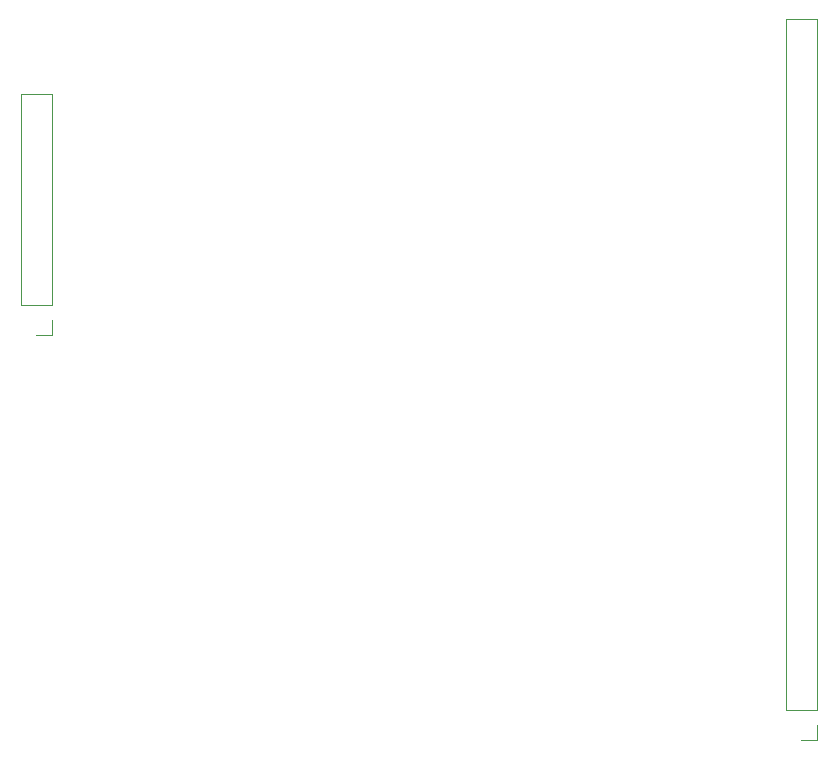
<source format=gbr>
G04 #@! TF.GenerationSoftware,KiCad,Pcbnew,(5.1.9-0-10_14)*
G04 #@! TF.CreationDate,2021-05-16T20:01:38-04:00*
G04 #@! TF.ProjectId,rw-piggyback,72772d70-6967-4677-9962-61636b2e6b69,rev?*
G04 #@! TF.SameCoordinates,Original*
G04 #@! TF.FileFunction,Legend,Bot*
G04 #@! TF.FilePolarity,Positive*
%FSLAX46Y46*%
G04 Gerber Fmt 4.6, Leading zero omitted, Abs format (unit mm)*
G04 Created by KiCad (PCBNEW (5.1.9-0-10_14)) date 2021-05-16 20:01:38*
%MOMM*%
%LPD*%
G01*
G04 APERTURE LIST*
%ADD10C,0.120000*%
G04 APERTURE END LIST*
D10*
X147895000Y-123190000D02*
X150555000Y-123190000D01*
X147895000Y-123190000D02*
X147895000Y-64710000D01*
X147895000Y-64710000D02*
X150555000Y-64710000D01*
X150555000Y-123190000D02*
X150555000Y-64710000D01*
X150555000Y-125790000D02*
X150555000Y-124460000D01*
X149225000Y-125790000D02*
X150555000Y-125790000D01*
X83125000Y-88900000D02*
X85785000Y-88900000D01*
X83125000Y-88900000D02*
X83125000Y-71060000D01*
X83125000Y-71060000D02*
X85785000Y-71060000D01*
X85785000Y-88900000D02*
X85785000Y-71060000D01*
X85785000Y-91500000D02*
X85785000Y-90170000D01*
X84455000Y-91500000D02*
X85785000Y-91500000D01*
M02*

</source>
